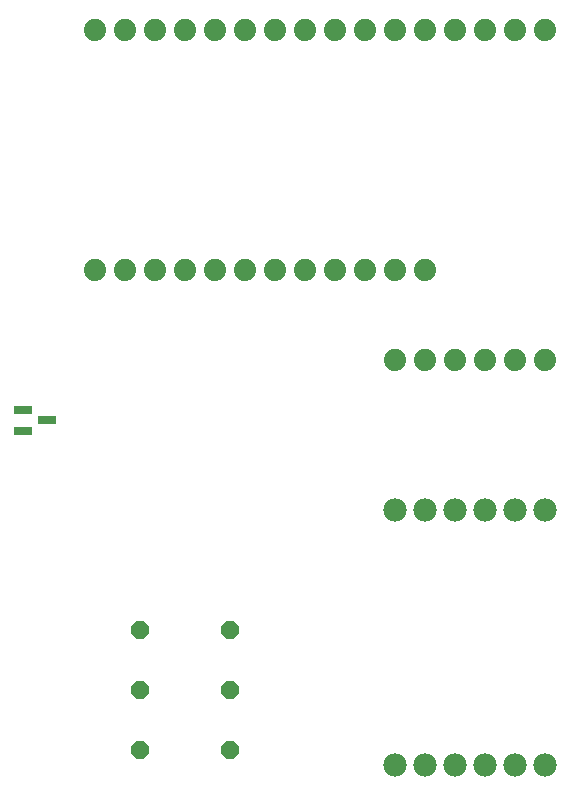
<source format=gbr>
G04 EAGLE Gerber RS-274X export*
G75*
%MOMM*%
%FSLAX34Y34*%
%LPD*%
%INSoldermask Top*%
%IPPOS*%
%AMOC8*
5,1,8,0,0,1.08239X$1,22.5*%
G01*
%ADD10R,1.524000X0.762000*%
%ADD11C,1.879600*%
%ADD12C,1.981200*%
%ADD13P,1.649562X8X22.500000*%
%ADD14P,1.649562X8X202.500000*%


D10*
X1094740Y656844D03*
X1094740Y638556D03*
X1115060Y647700D03*
D11*
X1155700Y977900D03*
X1181100Y977900D03*
X1206500Y977900D03*
X1231900Y977900D03*
X1257300Y977900D03*
X1282700Y977900D03*
X1308100Y977900D03*
X1333500Y977900D03*
X1358900Y977900D03*
X1384300Y977900D03*
X1409700Y977900D03*
X1435100Y977900D03*
X1460500Y977900D03*
X1485900Y977900D03*
X1511300Y977900D03*
X1536700Y977900D03*
X1435100Y774700D03*
X1409700Y774700D03*
X1384300Y774700D03*
X1358900Y774700D03*
X1333500Y774700D03*
X1308100Y774700D03*
X1282700Y774700D03*
X1257300Y774700D03*
X1231900Y774700D03*
X1206500Y774700D03*
X1181100Y774700D03*
X1155700Y774700D03*
X1409700Y698500D03*
X1435100Y698500D03*
X1460500Y698500D03*
X1485900Y698500D03*
X1511300Y698500D03*
X1536700Y698500D03*
D12*
X1409700Y571500D03*
X1435100Y571500D03*
X1460500Y571500D03*
X1485900Y571500D03*
X1511300Y571500D03*
X1536700Y571500D03*
X1409700Y355600D03*
X1435100Y355600D03*
X1460500Y355600D03*
X1485900Y355600D03*
X1511300Y355600D03*
X1536700Y355600D03*
D13*
X1193800Y469900D03*
X1270000Y469900D03*
D14*
X1270000Y419100D03*
X1193800Y419100D03*
D13*
X1193800Y368300D03*
X1270000Y368300D03*
M02*

</source>
